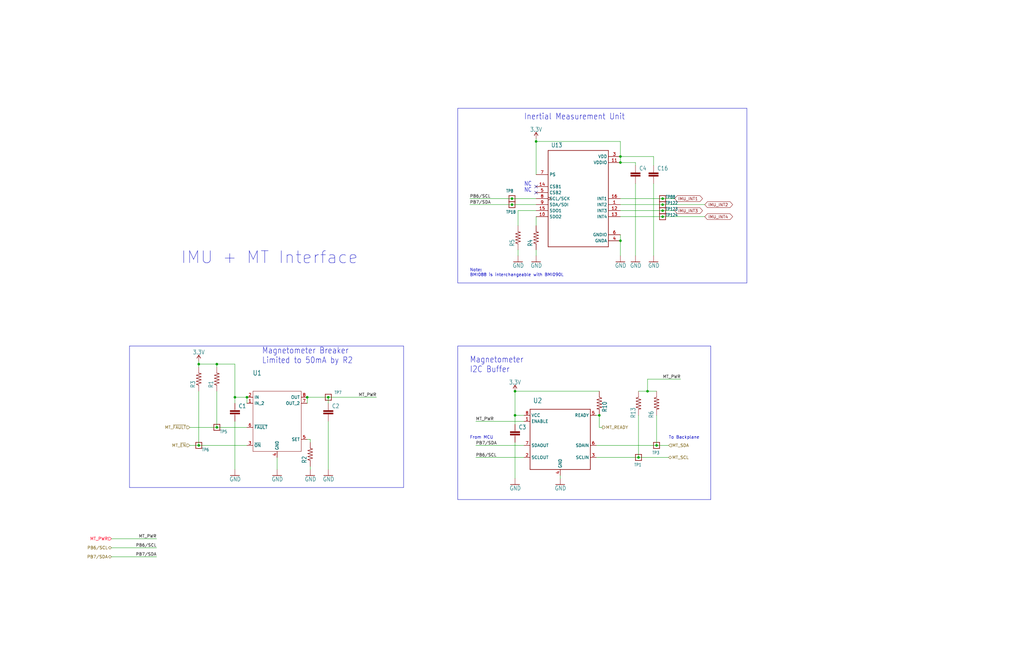
<source format=kicad_sch>
(kicad_sch (version 20250114) (generator "eeschema") (generator_version "9.0")
  (paper "B")
  (title_block (title "OreSat ADCS Card") (date "2023-11-21") (rev "v1.3") (company "Edward Tsoi"))
  (lib_symbols
    (symbol "oresat-acs-card-eagle-import:3.3V" (power)
      (property "Value" "3.3V" (at 0 2.794 0))
      (symbol "3.3V_1_0"
        (polyline (pts (xy 0 2.54) (xy -0.762 1.27)) (stroke (width 0.254)))
        (polyline (pts (xy 0.762 1.27) (xy 0 2.54)) (stroke (width 0.254)))
        (pin power_in line (at 0 0 90) (length 2.54) (name "3.3V") (number "1"))
      )
    )
    (symbol "oresat-acs-card-eagle-import:BMI088"
      (property "Reference" "U" (at -12.7 20.955 0))
      (property "Value" "BMI088" (at -12.7 -22.86 0))
      (symbol "BMI088_1_0"
        (polyline (pts (xy -12.7 20.32) (xy 12.7 20.32)) (stroke (width 0.254)))
        (polyline (pts (xy -12.7 -20.32) (xy -12.7 20.32)) (stroke (width 0.254)))
        (polyline (pts (xy 12.7 20.32) (xy 12.7 -20.32)) (stroke (width 0.254)))
        (polyline (pts (xy 12.7 -20.32) (xy -12.7 -20.32)) (stroke (width 0.254)))
        (pin input line (at -17.78 10.16 0) (length 5.08) (name "PS") (number "7"))
        (pin input line (at -17.78 5.08 0) (length 5.08) (name "CSB1") (number "14"))
        (pin input line (at -17.78 2.54 0) (length 5.08) (name "CSB2") (number "5"))
        (pin input clock (at -17.78 0 0) (length 5.08) (name "SCL/SCK") (number "8"))
        (pin bidirectional line (at -17.78 -2.54 0) (length 5.08) (name "SDA/SDI") (number "9"))
        (pin bidirectional line (at -17.78 -5.08 0) (length 5.08) (name "SDO1") (number "15"))
        (pin bidirectional line (at -17.78 -7.62 0) (length 5.08) (name "SDO2") (number "10"))
        (pin power_in line (at 17.78 17.78 180) (length 5.08) (name "VDD") (number "3"))
        (pin power_in line (at 17.78 15.24 180) (length 5.08) (name "VDDIO") (number "11"))
        (pin bidirectional line (at 17.78 0 180) (length 5.08) (name "INT1") (number "16"))
        (pin bidirectional line (at 17.78 -2.54 180) (length 5.08) (name "INT2") (number "1"))
        (pin bidirectional line (at 17.78 -5.08 180) (length 5.08) (name "INT3") (number "12"))
        (pin bidirectional line (at 17.78 -7.62 180) (length 5.08) (name "INT4") (number "13"))
        (pin power_in line (at 17.78 -15.24 180) (length 5.08) (name "GNDIO") (number "6"))
        (pin power_in line (at 17.78 -17.78 180) (length 5.08) (name "GNDA") (number "4"))
      )
      (symbol "BMI088_1_1"
        (pin no_connect line (at -12.7 -17.78 0) (length 2.54) (hide yes) (name "NC") (number "2"))
      )
    )
    (symbol "oresat-acs-card-eagle-import:C-EU0603-C-NOSILK"
      (property "Reference" "C" (at 1.524 0.381 0))
      (property "Value" "C-EU0603-C-NOSILK" (at 1.524 -4.699 0))
      (symbol "C-EU0603-C-NOSILK_1_0"
        (rectangle (start -2.032 -1.016) (end 2.032 -0.508) (fill (type outline)))
        (rectangle (start -2.032 -2.032) (end 2.032 -1.524) (fill (type outline)))
        (polyline (pts (xy 0 0) (xy 0 -0.508)) (stroke (width 0.1524)))
        (polyline (pts (xy 0 -2.54) (xy 0 -2.032)) (stroke (width 0.1524)))
        (pin passive line (at 0 2.54 270) (length 2.54) (name "1") (number "1"))
        (pin passive line (at 0 -5.08 90) (length 2.54) (name "2") (number "2"))
      )
    )
    (symbol "oresat-acs-card-eagle-import:GND" (power)
      (property "Value" "GND" (at -2.54 -2.54 0))
      (symbol "GND_1_0"
        (polyline (pts (xy -1.905 0) (xy 1.905 0)) (stroke (width 0.254)))
        (pin power_in line (at 0 2.54 270) (length 2.54) (name "GND") (number "1"))
      )
    )
    (symbol "oresat-acs-card-eagle-import:LTC4300A-1"
      (property "Value" "LTC4300A-1" (at 5.08 15.24 0))
      (symbol "LTC4300A-1_1_0"
        (polyline (pts (xy -12.7 12.7) (xy -12.7 -12.7)) (stroke (width 0.254)))
        (polyline (pts (xy -12.7 -12.7) (xy 12.7 -12.7)) (stroke (width 0.254)))
        (polyline (pts (xy 12.7 12.7) (xy -12.7 12.7)) (stroke (width 0.254)))
        (polyline (pts (xy 12.7 -12.7) (xy 12.7 12.7)) (stroke (width 0.254)))
        (pin power_in line (at -15.24 10.16 0) (length 2.54) (name "VCC") (number "8"))
        (pin input line (at -15.24 7.62 0) (length 2.54) (name "ENABLE") (number "1"))
        (pin bidirectional line (at -15.24 -2.54 0) (length 2.54) (name "SDAOUT") (number "7"))
        (pin bidirectional line (at -15.24 -7.62 0) (length 2.54) (name "SCLOUT") (number "2"))
        (pin power_in line (at 0 -15.24 90) (length 2.54) (name "GND") (number "4"))
        (pin output line (at 15.24 10.16 180) (length 2.54) (name "READY") (number "5"))
        (pin bidirectional line (at 15.24 -2.54 180) (length 2.54) (name "SDAIN") (number "6"))
        (pin bidirectional line (at 15.24 -7.62 180) (length 2.54) (name "SCLIN") (number "3"))
      )
    )
    (symbol "oresat-acs-card-eagle-import:MAX892LEUA+T21-0036K-L"
      (property "Reference" "U" (at -5.2324 14.1986 0))
      (property "Value" "MAX892LEUA+T21-0036K-L" (at -5.1054 11.6586 0))
      (symbol "MAX892LEUA+T21-0036K-L_1_0"
        (polyline (pts (xy -10.16 10.16) (xy -10.16 -15.24)) (stroke (width 0.1524)))
        (polyline (pts (xy -10.16 -15.24) (xy 10.16 -15.24)) (stroke (width 0.1524)))
        (polyline (pts (xy 10.16 10.16) (xy -10.16 10.16)) (stroke (width 0.1524)))
        (polyline (pts (xy 10.16 -15.24) (xy 10.16 10.16)) (stroke (width 0.1524)))
        (pin power_in line (at -12.7 7.62 0) (length 2.54) (name "IN") (number "2"))
        (pin power_in line (at -12.7 5.08 0) (length 2.54) (name "IN_2") (number "1"))
        (pin output line (at -12.7 -5.08 0) (length 2.54) (name "~{FAULT}") (number "6"))
        (pin input line (at -12.7 -12.7 0) (length 2.54) (name "~{ON}") (number "3"))
        (pin power_in line (at 0 -17.78 90) (length 2.54) (name "GND") (number "4"))
        (pin power_out line (at 12.7 7.62 180) (length 2.54) (name "OUT") (number "8"))
        (pin passive line (at 12.7 5.08 180) (length 2.54) (name "OUT_2") (number "7"))
        (pin passive line (at 12.7 -10.16 180) (length 2.54) (name "SET") (number "5"))
      )
    )
    (symbol "oresat-acs-card-eagle-import:R-US_0603-C-NOSILK"
      (property "Reference" "R" (at -3.81 1.4986 0))
      (property "Value" "R-US_0603-C-NOSILK" (at -3.81 -3.302 0))
      (symbol "R-US_0603-C-NOSILK_1_0"
        (polyline (pts (xy -2.54 0) (xy -2.159 1.016)) (stroke (width 0.2032)))
        (polyline (pts (xy -2.159 1.016) (xy -1.524 -1.016)) (stroke (width 0.2032)))
        (polyline (pts (xy -1.524 -1.016) (xy -0.889 1.016)) (stroke (width 0.2032)))
        (polyline (pts (xy -0.889 1.016) (xy -0.254 -1.016)) (stroke (width 0.2032)))
        (polyline (pts (xy -0.254 -1.016) (xy 0.381 1.016)) (stroke (width 0.2032)))
        (polyline (pts (xy 0.381 1.016) (xy 1.016 -1.016)) (stroke (width 0.2032)))
        (polyline (pts (xy 1.016 -1.016) (xy 1.651 1.016)) (stroke (width 0.2032)))
        (polyline (pts (xy 1.651 1.016) (xy 2.286 -1.016)) (stroke (width 0.2032)))
        (polyline (pts (xy 2.286 -1.016) (xy 2.54 0)) (stroke (width 0.2032)))
        (pin passive line (at -5.08 0 0) (length 2.54) (name "1") (number "1"))
        (pin passive line (at 5.08 0 180) (length 2.54) (name "2") (number "2"))
      )
    )
    (symbol "oresat-acs-card-eagle-import:TEST-POINT-LARGE-SQUARE"
      (property "Reference" "TP" (at -2.54 2.54 0))
      (symbol "TEST-POINT-LARGE-SQUARE_1_0"
        (polyline (pts (xy -1.27 1.27) (xy 1.27 1.27)) (stroke (width 0.254)))
        (polyline (pts (xy -1.27 -1.27) (xy -1.27 1.27)) (stroke (width 0.254)))
        (polyline (pts (xy 1.27 1.27) (xy 1.27 -1.27)) (stroke (width 0.254)))
        (polyline (pts (xy 1.27 -1.27) (xy -1.27 -1.27)) (stroke (width 0.254)))
        (pin passive line (at 0 0 0) (length 0) (name "1") (number "1"))
      )
    )
  )
  (text "To Backplane" (at 281.94 185.42 0) (effects (font (size 1.27 1.27)) (justify left bottom)))
  (text "NC" (at 220.98 81.28 0) (effects (font (size 1.778 1.5113)) (justify left bottom)))
  (text "From MCU" (at 198.12 185.42 0) (effects (font (size 1.27 1.27)) (justify left bottom)))
  (text "IMU + MT Interface" (at 76.2 111.76 0) (effects (font (size 5.08 5.08)) (justify left bottom)))
  (text "Magnetometer Breaker\nLimited to 50mA by R2" (at 110.49 153.67 0) (effects (font (size 2.54 2.159)) (justify left bottom)))
  (text "Note:\nBMI088 is interchangeable with BMI090L" (at 198.12 116.84 0) (effects (font (size 1.27 1.27)) (justify left bottom)))
  (text "Inertial Measurement Unit" (at 220.98 50.8 0) (effects (font (size 2.54 2.159)) (justify left bottom)))
  (text "Magnetometer\nI2C Buffer" (at 198.12 157.48 0) (effects (font (size 2.54 2.159)) (justify left bottom)))
  (text "NC" (at 220.98 78.74 0) (effects (font (size 1.778 1.5113)) (justify left bottom)))
  (junction (at 269.24 193.04))
  (junction (at 129.54 167.64))
  (junction (at 217.17 165.1))
  (junction (at 99.06 167.64))
  (junction (at 279.4 83.82))
  (junction (at 215.9 86.36))
  (junction (at 273.05 165.1))
  (junction (at 261.62 68.58))
  (junction (at 261.62 101.6))
  (junction (at 91.44 153.67))
  (junction (at 279.4 86.36))
  (junction (at 104.14 167.64))
  (junction (at 83.82 153.67))
  (junction (at 138.43 167.64))
  (junction (at 83.82 187.96))
  (junction (at 217.17 175.26))
  (junction (at 276.86 187.96))
  (junction (at 215.9 83.82))
  (junction (at 279.4 91.44))
  (junction (at 279.4 88.9))
  (junction (at 91.44 180.34))
  (junction (at 261.62 66.04))
  (junction (at 226.06 59.69))
  (junction (at 252.73 175.26))
  (no_connect (at 226.06 78.74))
  (no_connect (at 226.06 81.28))
  (polyline (pts (xy 170.18 146.05) (xy 170.18 205.74)))
  (wire (pts (xy 129.54 167.64) (xy 138.43 167.64)))
  (wire (pts (xy 218.44 88.9) (xy 226.06 88.9)))
  (wire (pts (xy 138.43 167.64) (xy 158.75 167.64)))
  (wire (pts (xy 116.84 198.12) (xy 116.84 193.04)))
  (wire (pts (xy 138.43 198.12) (xy 138.43 177.8)))
  (wire (pts (xy 226.06 83.82) (xy 215.9 83.82)))
  (wire (pts (xy 251.46 193.04) (xy 269.24 193.04)))
  (wire (pts (xy 261.62 86.36) (xy 279.4 86.36)))
  (wire (pts (xy 46.99 231.14) (xy 66.04 231.14)))
  (polyline (pts (xy 314.96 119.38) (xy 314.96 45.72)))
  (wire (pts (xy 226.06 86.36) (xy 215.9 86.36)))
  (wire (pts (xy 252.73 175.26) (xy 252.73 180.34)))
  (wire (pts (xy 267.97 68.58) (xy 267.97 69.85)))
  (wire (pts (xy 279.4 86.36) (xy 297.18 86.36)))
  (wire (pts (xy 217.17 201.93) (xy 217.17 186.69)))
  (wire (pts (xy 217.17 175.26) (xy 217.17 165.1)))
  (wire (pts (xy 130.81 185.42) (xy 130.81 186.69)))
  (wire (pts (xy 83.82 165.1) (xy 83.82 187.96)))
  (wire (pts (xy 200.66 177.8) (xy 220.98 177.8)))
  (polyline (pts (xy 193.04 146.05) (xy 193.04 210.82)))
  (wire (pts (xy 220.98 175.26) (xy 217.17 175.26)))
  (wire (pts (xy 130.81 196.85) (xy 130.81 198.12)))
  (wire (pts (xy 261.62 88.9) (xy 279.4 88.9)))
  (wire (pts (xy 218.44 95.25) (xy 218.44 88.9)))
  (wire (pts (xy 276.86 175.26) (xy 276.86 187.96)))
  (wire (pts (xy 99.06 167.64) (xy 104.14 167.64)))
  (wire (pts (xy 269.24 175.26) (xy 269.24 193.04)))
  (wire (pts (xy 236.22 201.93) (xy 236.22 200.66)))
  (polyline (pts (xy 299.72 210.82) (xy 299.72 146.05)))
  (wire (pts (xy 218.44 105.41) (xy 218.44 107.95)))
  (wire (pts (xy 99.06 198.12) (xy 99.06 177.8)))
  (wire (pts (xy 129.54 185.42) (xy 130.81 185.42)))
  (polyline (pts (xy 193.04 45.72) (xy 193.04 119.38)))
  (wire (pts (xy 217.17 165.1) (xy 252.73 165.1)))
  (polyline (pts (xy 299.72 146.05) (xy 193.04 146.05)))
  (wire (pts (xy 281.94 187.96) (xy 276.86 187.96)))
  (wire (pts (xy 261.62 91.44) (xy 279.4 91.44)))
  (wire (pts (xy 91.44 154.94) (xy 91.44 153.67)))
  (wire (pts (xy 251.46 175.26) (xy 252.73 175.26)))
  (polyline (pts (xy 314.96 45.72) (xy 193.04 45.72)))
  (wire (pts (xy 83.82 187.96) (xy 80.01 187.96)))
  (wire (pts (xy 261.62 66.04) (xy 261.62 68.58)))
  (wire (pts (xy 279.4 83.82) (xy 284.48 83.82)))
  (wire (pts (xy 104.14 170.18) (xy 104.14 167.64)))
  (wire (pts (xy 83.82 153.67) (xy 83.82 152.4)))
  (wire (pts (xy 217.17 175.26) (xy 217.17 179.07)))
  (wire (pts (xy 273.05 165.1) (xy 276.86 165.1)))
  (wire (pts (xy 91.44 153.67) (xy 83.82 153.67)))
  (polyline (pts (xy 193.04 119.38) (xy 314.96 119.38)))
  (wire (pts (xy 200.66 193.04) (xy 220.98 193.04)))
  (polyline (pts (xy 54.61 205.74) (xy 54.61 146.05)))
  (wire (pts (xy 226.06 105.41) (xy 226.06 107.95)))
  (wire (pts (xy 261.62 83.82) (xy 279.4 83.82)))
  (wire (pts (xy 252.73 180.34) (xy 254 180.34)))
  (wire (pts (xy 279.4 91.44) (xy 297.18 91.44)))
  (polyline (pts (xy 170.18 205.74) (xy 54.61 205.74)))
  (wire (pts (xy 46.99 234.95) (xy 66.04 234.95)))
  (polyline (pts (xy 193.04 210.82) (xy 299.72 210.82)))
  (wire (pts (xy 273.05 160.02) (xy 273.05 165.1)))
  (wire (pts (xy 226.06 91.44) (xy 226.06 95.25)))
  (wire (pts (xy 99.06 170.18) (xy 99.06 167.64)))
  (wire (pts (xy 251.46 187.96) (xy 276.86 187.96)))
  (wire (pts (xy 83.82 154.94) (xy 83.82 153.67)))
  (wire (pts (xy 138.43 170.18) (xy 138.43 167.64)))
  (wire (pts (xy 91.44 165.1) (xy 91.44 180.34)))
  (wire (pts (xy 261.62 101.6) (xy 261.62 107.95)))
  (wire (pts (xy 275.59 77.47) (xy 275.59 107.95)))
  (polyline (pts (xy 54.61 146.05) (xy 170.18 146.05)))
  (wire (pts (xy 273.05 160.02) (xy 287.02 160.02)))
  (wire (pts (xy 46.99 227.33) (xy 66.04 227.33)))
  (wire (pts (xy 275.59 66.04) (xy 275.59 69.85)))
  (wire (pts (xy 198.12 83.82) (xy 215.9 83.82)))
  (wire (pts (xy 129.54 170.18) (xy 129.54 167.64)))
  (wire (pts (xy 99.06 153.67) (xy 99.06 167.64)))
  (wire (pts (xy 267.97 77.47) (xy 267.97 107.95)))
  (wire (pts (xy 261.62 59.69) (xy 261.62 66.04)))
  (wire (pts (xy 261.62 66.04) (xy 275.59 66.04)))
  (wire (pts (xy 99.06 153.67) (xy 91.44 153.67)))
  (wire (pts (xy 261.62 99.06) (xy 261.62 101.6)))
  (wire (pts (xy 226.06 59.69) (xy 226.06 73.66)))
  (wire (pts (xy 279.4 88.9) (xy 284.48 88.9)))
  (wire (pts (xy 226.06 58.42) (xy 226.06 59.69)))
  (wire (pts (xy 269.24 193.04) (xy 281.94 193.04)))
  (wire (pts (xy 269.24 165.1) (xy 273.05 165.1)))
  (wire (pts (xy 104.14 187.96) (xy 83.82 187.96)))
  (wire (pts (xy 261.62 68.58) (xy 267.97 68.58)))
  (wire (pts (xy 226.06 59.69) (xy 261.62 59.69)))
  (wire (pts (xy 198.12 86.36) (xy 215.9 86.36)))
  (wire (pts (xy 200.66 187.96) (xy 220.98 187.96)))
  (wire (pts (xy 91.44 180.34) (xy 80.01 180.34)))
  (wire (pts (xy 104.14 180.34) (xy 91.44 180.34)))
  (label "PB7{slash}SDA" (at 200.66 187.96 0))
  (label "MT_PWR" (at 200.66 177.8 0))
  (label "PB6{slash}SCL" (at 198.12 83.82 0))
  (label "PB7{slash}SDA" (at 66.04 234.95 180))
  (label "MT_PWR" (at 66.04 227.33 180))
  (label "PB6{slash}SCL" (at 66.04 231.14 180))
  (label "PB6{slash}SCL" (at 200.66 193.04 0))
  (label "MT_PWR" (at 287.02 160.02 180))
  (label "PB7{slash}SDA" (at 198.12 86.36 0))
  (label "MT_PWR" (at 158.75 167.64 180))
  (global_label "IMU_INT1" (shape bidirectional) (at 284.48 83.82 0) (effects (font (size 1.2446 1.2446))) (property "Intersheetrefs" "${INTERSHEET_REFS}" (at -5.08 -35.56 0)))
  (global_label "IMU_INT3" (shape bidirectional) (at 284.48 88.9 0) (effects (font (size 1.2446 1.2446))) (property "Intersheetrefs" "${INTERSHEET_REFS}" (at -5.08 -35.56 0)))
  (global_label "IMU_INT4" (shape bidirectional) (at 297.18 91.44 0) (effects (font (size 1.2446 1.2446))) (property "Intersheetrefs" "${INTERSHEET_REFS}" (at -12.7 -35.56 0)))
  (global_label "IMU_INT2" (shape bidirectional) (at 297.18 86.36 0) (effects (font (size 1.2446 1.2446))) (property "Intersheetrefs" "${INTERSHEET_REFS}" (at -12.7 -35.56 0)))
  (hierarchical_label "PB6{slash}SCL" (shape bidirectional) (at 46.99 231.14 180))
  (hierarchical_label "MT_~{EN}" (shape input) (at 80.01 187.96 180))
  (hierarchical_label "MT_~{FAULT}" (shape input) (at 80.01 180.34 180))
  (hierarchical_label "MT_SDA" (shape input) (at 281.94 187.96 0))
  (hierarchical_label "MT_SCL" (shape bidirectional) (at 281.94 193.04 0))
  (hierarchical_label "PB7{slash}SDA" (shape bidirectional) (at 46.99 234.95 180))
  (hierarchical_label "MT_PWR" (shape input) (at 46.99 227.33 180) (effects (font (thickness 0.1588))))
  (hierarchical_label "MT_READY" (shape output) (at 254 180.34 0))
  (symbol (lib_id "oresat-acs-card-eagle-import:GND") (at 226.06 110.49 0) (mirror y) (unit 1)
    (property "Reference" "#GND097" (effects (hide yes)))
    (property "Value" "GND" (at 228.6 113.03 0) (effects (font (size 1.778 1.5113)) (justify left bottom)))
  )
  (symbol (lib_id "oresat-acs-card-eagle-import:TEST-POINT-LARGE-SQUARE") (at 83.82 187.96 0) (unit 1)
    (property "Reference" "TP6" (at 85.09 190.5 0) (effects (font (size 1.27 1.0795)) (justify left bottom)))
    (property "Value" "TEST-POINT-LARGE-SQUARE" (effects (hide yes)))
    (property "Footprint" "oresat-acs-card:1X01" (effects (hide yes)))
  )
  (symbol (lib_id "oresat-acs-card-eagle-import:TEST-POINT-LARGE-SQUARE") (at 279.4 88.9 0) (unit 1)
    (property "Reference" "TP123" (at 280.67 88.9 0) (effects (font (size 1.27 1.0795)) (justify left bottom)))
    (property "Value" "TEST-POINT-LARGE-SQUARE" (effects (hide yes)))
    (property "Footprint" "oresat-acs-card:1X01" (effects (hide yes)))
  )
  (symbol (lib_id "oresat-acs-card-eagle-import:GND") (at 130.81 200.66 0) (mirror y) (unit 1)
    (property "Reference" "#GND094" (effects (hide yes)))
    (property "Value" "GND" (at 133.35 203.2 0) (effects (font (size 1.778 1.5113)) (justify left bottom)))
  )
  (symbol (lib_id "oresat-acs-card-eagle-import:GND") (at 267.97 110.49 0) (mirror y) (unit 1)
    (property "Reference" "#GND099" (effects (hide yes)))
    (property "Value" "GND" (at 270.51 113.03 0) (effects (font (size 1.778 1.5113)) (justify left bottom)))
  )
  (symbol (lib_id "oresat-acs-card-eagle-import:BMI088") (at 243.84 83.82 0) (unit 1)
    (property "Reference" "U13" (at 232.41 62.23 0) (effects (font (size 1.778 1.5113)) (justify left bottom)))
    (property "Value" "BMI088" (effects (hide yes)))
    (property "Footprint" "oresat-acs-card:PQFN50P450X300X100-16N" (effects (hide yes)))
  )
  (symbol (lib_id "oresat-acs-card-eagle-import:GND") (at 116.84 200.66 0) (mirror y) (unit 1)
    (property "Reference" "#GND093" (effects (hide yes)))
    (property "Value" "GND" (at 119.38 203.2 0) (effects (font (size 1.778 1.5113)) (justify left bottom)))
  )
  (symbol (lib_id "oresat-acs-card-eagle-import:TEST-POINT-LARGE-SQUARE") (at 269.24 193.04 0) (mirror y) (unit 1)
    (property "Reference" "TP1" (at 270.51 196.85 0) (effects (font (size 1.27 1.0795)) (justify left bottom)))
    (property "Value" "TEST-POINT-LARGE-SQUARE" (effects (hide yes)))
    (property "Footprint" "oresat-acs-card:1X01" (effects (hide yes)))
  )
  (symbol (lib_id "oresat-acs-card-eagle-import:GND") (at 261.62 110.49 0) (mirror y) (unit 1)
    (property "Reference" "#GND098" (effects (hide yes)))
    (property "Value" "GND" (at 264.16 113.03 0) (effects (font (size 1.778 1.5113)) (justify left bottom)))
  )
  (symbol (lib_id "oresat-acs-card-eagle-import:GND") (at 99.06 200.66 0) (mirror y) (unit 1)
    (property "Reference" "#GND091" (effects (hide yes)))
    (property "Value" "GND" (at 101.6 203.2 0) (effects (font (size 1.778 1.5113)) (justify left bottom)))
  )
  (symbol (lib_id "oresat-acs-card-eagle-import:TEST-POINT-LARGE-SQUARE") (at 279.4 91.44 0) (unit 1)
    (property "Reference" "TP124" (at 280.67 91.44 0) (effects (font (size 1.27 1.0795)) (justify left bottom)))
    (property "Value" "TEST-POINT-LARGE-SQUARE" (effects (hide yes)))
    (property "Footprint" "oresat-acs-card:1X01" (effects (hide yes)))
  )
  (symbol (lib_id "oresat-acs-card-eagle-import:GND") (at 275.59 110.49 0) (mirror y) (unit 1)
    (property "Reference" "#GND0100" (effects (hide yes)))
    (property "Value" "GND" (at 278.13 113.03 0) (effects (font (size 1.778 1.5113)) (justify left bottom)))
  )
  (symbol (lib_id "oresat-acs-card-eagle-import:R-US_0603-C-NOSILK") (at 130.81 191.77 90) (unit 1)
    (property "Reference" "R2" (at 129.3114 195.58 0) (effects (font (size 1.778 1.5113)) (justify left bottom)))
    (property "Value" "23.7k" (effects (hide yes)))
    (property "Footprint" "oresat-passives:0603-C-NOSILK" (effects (hide yes)))
  )
  (symbol (lib_id "oresat-acs-card-eagle-import:3.3V") (at 226.06 58.42 0) (mirror y) (unit 1)
    (property "Reference" "#SUPPLY012" (effects (hide yes)))
    (property "Value" "3.3V" (at 226.06 55.626 0) (effects (font (size 1.778 1.5113)) (justify bottom)))
  )
  (symbol (lib_id "oresat-acs-card-eagle-import:R-US_0603-C-NOSILK") (at 83.82 160.02 90) (unit 1)
    (property "Reference" "R3" (at 82.3214 163.83 0) (effects (font (size 1.778 1.5113)) (justify left bottom)))
    (property "Value" "10k" (effects (hide yes)))
    (property "Footprint" "oresat-passives:0603-C-NOSILK" (effects (hide yes)))
  )
  (symbol (lib_id "oresat-acs-card-eagle-import:TEST-POINT-LARGE-SQUARE") (at 91.44 180.34 0) (unit 1)
    (property "Reference" "TP5" (at 92.71 182.88 0) (effects (font (size 1.27 1.0795)) (justify left bottom)))
    (property "Value" "TEST-POINT-LARGE-SQUARE" (effects (hide yes)))
    (property "Footprint" "oresat-acs-card:1X01" (effects (hide yes)))
  )
  (symbol (lib_id "oresat-acs-card-eagle-import:TEST-POINT-LARGE-SQUARE") (at 279.4 83.82 0) (unit 1)
    (property "Reference" "TP88" (at 280.67 83.82 0) (effects (font (size 1.27 1.0795)) (justify left bottom)))
    (property "Value" "TEST-POINT-LARGE-SQUARE" (effects (hide yes)))
    (property "Footprint" "oresat-acs-card:1X01" (effects (hide yes)))
  )
  (symbol (lib_id "oresat-acs-card-eagle-import:C-EU0603-C-NOSILK") (at 138.43 172.72 0) (unit 1)
    (property "Reference" "C2" (at 139.954 172.339 0) (effects (font (size 1.778 1.5113)) (justify left bottom)))
    (property "Value" "1u" (effects (hide yes)))
    (property "Footprint" "oresat-passives:0603-C-NOSILK" (effects (hide yes)))
  )
  (symbol (lib_id "oresat-acs-card-eagle-import:C-EU0603-C-NOSILK") (at 99.06 172.72 0) (unit 1)
    (property "Reference" "C1" (at 100.584 172.339 0) (effects (font (size 1.778 1.5113)) (justify left bottom)))
    (property "Value" "1u" (effects (hide yes)))
    (property "Footprint" "oresat-passives:0603-C-NOSILK" (effects (hide yes)))
  )
  (symbol (lib_id "oresat-acs-card-eagle-import:C-EU0603-C-NOSILK") (at 217.17 181.61 0) (unit 1)
    (property "Reference" "C3" (at 218.694 181.229 0) (effects (font (size 1.778 1.5113)) (justify left bottom)))
    (property "Value" "1u" (effects (hide yes)))
    (property "Footprint" "oresat-passives:0603-C-NOSILK" (effects (hide yes)))
  )
  (symbol (lib_id "oresat-acs-card-eagle-import:C-EU0603-C-NOSILK") (at 275.59 72.39 0) (unit 1)
    (property "Reference" "C16" (at 277.114 72.009 0) (effects (font (size 1.778 1.5113)) (justify left bottom)))
    (property "Value" "1u" (effects (hide yes)))
    (property "Footprint" "oresat-passives:0603-C-NOSILK" (effects (hide yes)))
  )
  (symbol (lib_id "oresat-acs-card-eagle-import:R-US_0603-C-NOSILK") (at 226.06 100.33 90) (unit 1)
    (property "Reference" "R4" (at 224.5614 104.14 0) (effects (font (size 1.778 1.5113)) (justify left bottom)))
    (property "Value" "10k" (effects (hide yes)))
    (property "Footprint" "oresat-passives:0603-C-NOSILK" (effects (hide yes)))
  )
  (symbol (lib_id "oresat-acs-card-eagle-import:TEST-POINT-LARGE-SQUARE") (at 215.9 86.36 0) (unit 1)
    (property "Reference" "TP18" (at 213.36 90.17 0) (effects (font (size 1.27 1.0795)) (justify left bottom)))
    (property "Value" "TEST-POINT-LARGE-SQUARE" (effects (hide yes)))
    (property "Footprint" "oresat-acs-card:1X01" (effects (hide yes)))
  )
  (symbol (lib_id "oresat-acs-card-eagle-import:TEST-POINT-LARGE-SQUARE") (at 279.4 86.36 0) (unit 1)
    (property "Reference" "TP122" (at 280.67 86.36 0) (effects (font (size 1.27 1.0795)) (justify left bottom)))
    (property "Value" "TEST-POINT-LARGE-SQUARE" (effects (hide yes)))
    (property "Footprint" "oresat-acs-card:1X01" (effects (hide yes)))
  )
  (symbol (lib_id "oresat-acs-card-eagle-import:GND") (at 218.44 110.49 0) (mirror y) (unit 1)
    (property "Reference" "#GND096" (effects (hide yes)))
    (property "Value" "GND" (at 220.98 113.03 0) (effects (font (size 1.778 1.5113)) (justify left bottom)))
  )
  (symbol (lib_id "oresat-acs-card-eagle-import:MAX892LEUA+T21-0036K-L") (at 116.84 175.26 0) (unit 1)
    (property "Reference" "U1" (at 106.5276 158.5214 0) (effects (font (size 2.0828 1.7703)) (justify left bottom)))
    (property "Value" "MAX892LEUA+T21-0036K-L" (effects (hide yes)))
    (property "Footprint" "oresat-acs-card:21-0036K-L" (effects (hide yes)))
  )
  (symbol (lib_id "oresat-acs-card-eagle-import:R-US_0603-C-NOSILK") (at 252.73 170.18 270) (unit 1)
    (property "Reference" "R10" (at 254 173.99 0) (effects (font (size 1.778 1.5113)) (justify right bottom)))
    (property "Value" "10k" (effects (hide yes)))
    (property "Footprint" "oresat-passives:0603-C-NOSILK" (effects (hide yes)))
  )
  (symbol (lib_id "oresat-acs-card-eagle-import:R-US_0603-C-NOSILK") (at 218.44 100.33 90) (unit 1)
    (property "Reference" "R5" (at 216.9414 104.14 0) (effects (font (size 1.778 1.5113)) (justify left bottom)))
    (property "Value" "10k" (effects (hide yes)))
    (property "Footprint" "oresat-passives:0603-C-NOSILK" (effects (hide yes)))
  )
  (symbol (lib_id "oresat-acs-card-eagle-import:R-US_0603-C-NOSILK") (at 269.24 170.18 90) (mirror x) (unit 1)
    (property "Reference" "R13" (at 267.97 176.53 0) (effects (font (size 1.778 1.5113)) (justify right bottom)))
    (property "Value" "10k" (effects (hide yes)))
    (property "Footprint" "oresat-passives:0603-C-NOSILK" (effects (hide yes)))
  )
  (symbol (lib_id "oresat-acs-card-eagle-import:GND") (at 138.43 200.66 0) (mirror y) (unit 1)
    (property "Reference" "#GND095" (effects (hide yes)))
    (property "Value" "GND" (at 140.97 203.2 0) (effects (font (size 1.778 1.5113)) (justify left bottom)))
  )
  (symbol (lib_id "oresat-acs-card-eagle-import:GND") (at 217.17 204.47 0) (mirror y) (unit 1)
    (property "Reference" "#GND090" (effects (hide yes)))
    (property "Value" "GND" (at 219.71 207.01 0) (effects (font (size 1.778 1.5113)) (justify left bottom)))
  )
  (symbol (lib_id "oresat-acs-card-eagle-import:LTC4300A-1") (at 236.22 185.42 0) (unit 1)
    (property "Reference" "U2" (at 224.79 170.18 0) (effects (font (size 2.0828 1.7703)) (justify left bottom)))
    (property "Value" "LTC4300A-1" (effects (hide yes)))
    (property "Footprint" "oresat-acs-card:MS8" (effects (hide yes)))
  )
  (symbol (lib_id "oresat-acs-card-eagle-import:3.3V") (at 217.17 165.1 0) (mirror y) (unit 1)
    (property "Reference" "#SUPPLY011" (effects (hide yes)))
    (property "Value" "3.3V" (at 217.17 162.306 0) (effects (font (size 1.778 1.5113)) (justify bottom)))
  )
  (symbol (lib_id "oresat-acs-card-eagle-import:R-US_0603-C-NOSILK") (at 276.86 170.18 90) (mirror x) (unit 1)
    (property "Reference" "R6" (at 275.59 176.53 0) (effects (font (size 1.778 1.5113)) (justify right bottom)))
    (property "Value" "10k" (effects (hide yes)))
    (property "Footprint" "oresat-passives:0603-C-NOSILK" (effects (hide yes)))
  )
  (symbol (lib_id "oresat-acs-card-eagle-import:GND") (at 236.22 204.47 0) (mirror y) (unit 1)
    (property "Reference" "#GND092" (effects (hide yes)))
    (property "Value" "GND" (at 238.76 207.01 0) (effects (font (size 1.778 1.5113)) (justify left bottom)))
  )
  (symbol (lib_id "oresat-acs-card-eagle-import:TEST-POINT-LARGE-SQUARE") (at 138.43 167.64 0) (unit 1)
    (property "Reference" "TP7" (at 140.97 166.37 0) (effects (font (size 1.27 1.0795)) (justify left bottom)))
    (property "Value" "TEST-POINT-LARGE-SQUARE" (effects (hide yes)))
    (property "Footprint" "oresat-acs-card:1X01" (effects (hide yes)))
  )
  (symbol (lib_id "oresat-acs-card-eagle-import:TEST-POINT-LARGE-SQUARE") (at 215.9 83.82 0) (unit 1)
    (property "Reference" "TP8" (at 213.36 81.28 0) (effects (font (size 1.27 1.0795)) (justify left bottom)))
    (property "Value" "TEST-POINT-LARGE-SQUARE" (effects (hide yes)))
    (property "Footprint" "oresat-acs-card:1X01" (effects (hide yes)))
  )
  (symbol (lib_id "oresat-acs-card-eagle-import:3.3V") (at 83.82 152.4 0) (mirror y) (unit 1)
    (property "Reference" "#SUPPLY010" (effects (hide yes)))
    (property "Value" "3.3V" (at 83.82 149.606 0) (effects (font (size 1.778 1.5113)) (justify bottom)))
  )
  (symbol (lib_id "oresat-acs-card-eagle-import:C-EU0603-C-NOSILK") (at 267.97 72.39 0) (unit 1)
    (property "Reference" "C4" (at 269.494 72.009 0) (effects (font (size 1.778 1.5113)) (justify left bottom)))
    (property "Value" "1u" (effects (hide yes)))
    (property "Footprint" "oresat-passives:0603-C-NOSILK" (effects (hide yes)))
  )
  (symbol (lib_id "oresat-acs-card-eagle-import:TEST-POINT-LARGE-SQUARE") (at 276.86 187.96 0) (mirror y) (unit 1)
    (property "Reference" "TP3" (at 278.13 191.77 0) (effects (font (size 1.27 1.0795)) (justify left bottom)))
    (property "Value" "TEST-POINT-LARGE-SQUARE" (effects (hide yes)))
    (property "Footprint" "oresat-acs-card:1X01" (effects (hide yes)))
  )
  (symbol (lib_id "oresat-acs-card-eagle-import:R-US_0603-C-NOSILK") (at 91.44 160.02 90) (unit 1)
    (property "Reference" "R1" (at 89.9414 163.83 0) (effects (font (size 1.778 1.5113)) (justify left bottom)))
    (property "Value" "10k" (effects (hide yes)))
    (property "Footprint" "oresat-passives:0603-C-NOSILK" (effects (hide yes)))
  )
)
</source>
